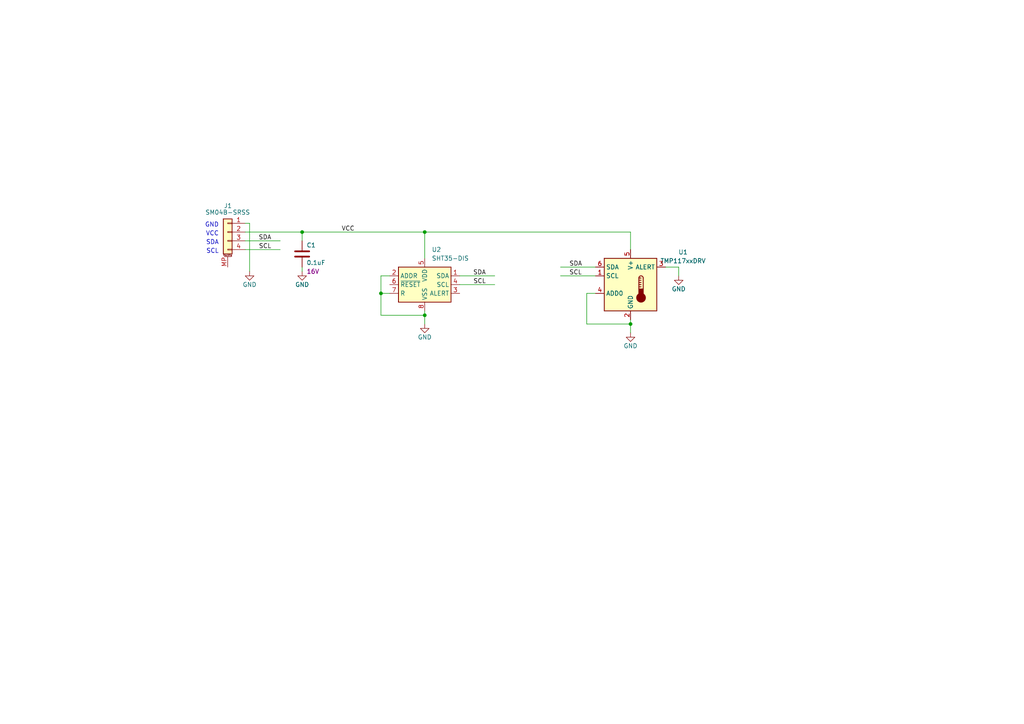
<source format=kicad_sch>
(kicad_sch (version 20211123) (generator eeschema)
  (paper "A4")
  (title_block (title "Sound Player") (company "Iowa Scaled Engineering"))
  (lib_symbols
    (symbol "Connector_Generic_MountingPin:Conn_01x04_MountingPin" (pin_names (offset 1.016) hide)
      (property "Reference" "J" (at 0 5.08 0))
      (property "Value" "Conn_01x04_MountingPin" (at 1.27 -7.62 0))
      (symbol "Conn_01x04_MountingPin_1_1"
        (rectangle (start -1.27 -4.953) (end 0 -5.207) (stroke (width 0.1524)))
        (rectangle (start -1.27 -2.413) (end 0 -2.667) (stroke (width 0.1524)))
        (rectangle (start -1.27 0.127) (end 0 -0.127) (stroke (width 0.1524)))
        (rectangle (start -1.27 2.667) (end 0 2.413) (stroke (width 0.1524)))
        (rectangle (start -1.27 3.81) (end 1.27 -6.35) (stroke (width 0.254)) (fill (type background)))
        (polyline (pts (xy -1.016 -7.112) (xy 1.016 -7.112)) (stroke (width 0.1524)))
        (text "Mounting" (at 0 -6.731 0) (effects (font (size 0.381 0.381))))
        (pin passive line (at -5.08 2.54 0) (length 3.81) (name "Pin_1") (number "1"))
        (pin passive line (at -5.08 0 0) (length 3.81) (name "Pin_2") (number "2"))
        (pin passive line (at -5.08 -2.54 0) (length 3.81) (name "Pin_3") (number "3"))
        (pin passive line (at -5.08 -5.08 0) (length 3.81) (name "Pin_4") (number "4"))
        (pin passive line (at 0 -10.16 90) (length 3.048) (name "MountPin") (number "MP"))
      )
    )
    (symbol "Device:C" (pin_numbers hide) (pin_names (offset 0.254))
      (property "Reference" "C" (at 0.635 2.54 0))
      (property "Value" "C" (at 0.635 -2.54 0))
      (symbol "C_0_1"
        (polyline (pts (xy -2.032 -0.762) (xy 2.032 -0.762)) (stroke (width 0.508)))
        (polyline (pts (xy -2.032 0.762) (xy 2.032 0.762)) (stroke (width 0.508)))
      )
      (symbol "C_1_1"
        (pin passive line (at 0 3.81 270) (length 2.794) (name "~") (number "1"))
        (pin passive line (at 0 -3.81 90) (length 2.794) (name "~") (number "2"))
      )
    )
    (symbol "Sensor_Humidity:SHT35-DIS"
      (property "Reference" "U" (at -6.35 6.35 0))
      (property "Value" "SHT35-DIS" (at 6.35 6.35 0))
      (symbol "SHT35-DIS_0_1"
        (rectangle (start -7.62 5.08) (end 7.62 -5.08) (stroke (width 0.254)) (fill (type background)))
      )
      (symbol "SHT35-DIS_1_1"
        (pin bidirectional line (at 10.16 2.54 180) (length 2.54) (name "SDA") (number "1"))
        (pin input line (at -10.16 2.54 0) (length 2.54) (name "ADDR") (number "2"))
        (pin output line (at 10.16 -2.54 180) (length 2.54) (name "ALERT") (number "3"))
        (pin input line (at 10.16 0 180) (length 2.54) (name "SCL") (number "4"))
        (pin power_in line (at 0 7.62 270) (length 2.54) (name "VDD") (number "5"))
        (pin input line (at -10.16 0 0) (length 2.54) (name "~{RESET}") (number "6"))
        (pin passive line (at -10.16 -2.54 0) (length 2.54) (name "R") (number "7"))
        (pin power_in line (at 0 -7.62 90) (length 2.54) (name "VSS") (number "8"))
        (pin passive line (at 0 -7.62 90) (length 2.54) hide (name "VSS") (number "9"))
      )
    )
    (symbol "Sensor_Temperature:TMP117xxDRV"
      (property "Reference" "U" (at -2.54 10.795 0))
      (property "Value" "TMP117xxDRV" (at -2.54 8.89 0))
      (symbol "TMP117xxDRV_0_1"
        (rectangle (start -7.62 7.62) (end 7.62 -7.62) (stroke (width 0.254)) (fill (type background)))
      )
      (symbol "TMP117xxDRV_1_1"
        (polyline (pts (xy 2.413 -0.635) (xy 3.048 -0.635)) (stroke (width 0.254)))
        (polyline (pts (xy 2.413 0) (xy 3.048 0)) (stroke (width 0.254)))
        (polyline (pts (xy 2.413 0.635) (xy 3.048 0.635)) (stroke (width 0.254)))
        (polyline (pts (xy 2.413 1.27) (xy 3.048 1.27)) (stroke (width 0.254)))
        (polyline (pts (xy 2.413 1.905) (xy 2.413 -1.27)) (stroke (width 0.254)))
        (polyline (pts (xy 2.413 1.905) (xy 3.048 1.905)) (stroke (width 0.254)))
        (polyline (pts (xy 3.683 1.905) (xy 3.683 -1.27)) (stroke (width 0.254)))
        (circle (center 3.048 -3.81) (radius 1.27) (stroke (width 0.254)) (fill (type outline)))
        (rectangle (start 3.683 -3.175) (end 2.413 -1.27) (stroke (width 0.254)) (fill (type outline)))
        (arc (start 3.683 1.905) (mid 3.048 2.54) (end 2.413 1.905) (stroke (width 0.254)))
        (pin input line (at -10.16 2.54 0) (length 2.54) (name "SCL") (number "1"))
        (pin power_in line (at 0 -10.16 90) (length 2.54) (name "GND") (number "2"))
        (pin open_collector line (at 10.16 5.08 180) (length 2.54) (name "ALERT") (number "3"))
        (pin input line (at -10.16 -2.54 0) (length 2.54) (name "ADD0") (number "4"))
        (pin power_in line (at 0 10.16 270) (length 2.54) (name "V+") (number "5"))
        (pin bidirectional line (at -10.16 5.08 0) (length 2.54) (name "SDA") (number "6"))
      )
    )
    (symbol "power:GND" (power) (pin_names (offset 0))
      (property "Value" "GND" (at 0 -3.81 0))
      (symbol "GND_0_1"
        (polyline (pts (xy 0 0) (xy 0 -1.27) (xy 1.27 -1.27) (xy 0 -2.54) (xy -1.27 -1.27) (xy 0 -1.27)))
      )
      (symbol "GND_1_1"
        (pin power_in line (at 0 0 270) (length 0) hide (name "GND") (number "1"))
      )
    )
  )
  (junction (at 87.63 67.31))
  (junction (at 123.19 91.44))
  (junction (at 182.88 93.98))
  (junction (at 110.49 85.09))
  (junction (at 123.19 67.31))
  (wire (pts (xy 71.12 69.85) (xy 81.28 69.85)))
  (wire (pts (xy 133.35 80.01) (xy 143.51 80.01)))
  (wire (pts (xy 113.03 85.09) (xy 110.49 85.09)))
  (wire (pts (xy 182.88 67.31) (xy 123.19 67.31)))
  (wire (pts (xy 71.12 67.31) (xy 87.63 67.31)))
  (wire (pts (xy 87.63 69.85) (xy 87.63 67.31)))
  (wire (pts (xy 196.85 77.47) (xy 193.04 77.47)))
  (wire (pts (xy 170.18 93.98) (xy 182.88 93.98)))
  (wire (pts (xy 71.12 72.39) (xy 81.28 72.39)))
  (wire (pts (xy 172.72 80.01) (xy 162.56 80.01)))
  (wire (pts (xy 87.63 77.47) (xy 87.63 78.74)))
  (wire (pts (xy 182.88 93.98) (xy 182.88 92.71)))
  (wire (pts (xy 113.03 80.01) (xy 110.49 80.01)))
  (wire (pts (xy 172.72 77.47) (xy 162.56 77.47)))
  (wire (pts (xy 196.85 80.01) (xy 196.85 77.47)))
  (wire (pts (xy 110.49 80.01) (xy 110.49 85.09)))
  (wire (pts (xy 133.35 82.55) (xy 143.51 82.55)))
  (wire (pts (xy 110.49 85.09) (xy 110.49 91.44)))
  (wire (pts (xy 123.19 74.93) (xy 123.19 67.31)))
  (wire (pts (xy 123.19 67.31) (xy 87.63 67.31)))
  (wire (pts (xy 123.19 93.98) (xy 123.19 91.44)))
  (wire (pts (xy 123.19 90.17) (xy 123.19 91.44)))
  (wire (pts (xy 72.39 64.77) (xy 71.12 64.77)))
  (wire (pts (xy 182.88 93.98) (xy 182.88 96.52)))
  (wire (pts (xy 182.88 72.39) (xy 182.88 67.31)))
  (wire (pts (xy 172.72 85.09) (xy 170.18 85.09)))
  (wire (pts (xy 170.18 85.09) (xy 170.18 93.98)))
  (wire (pts (xy 72.39 78.74) (xy 72.39 64.77)))
  (wire (pts (xy 110.49 91.44) (xy 123.19 91.44)))
  (text "SDA" (at 63.5 71.12 180) (effects (font (size 1.27 1.27)) (justify right bottom)))
  (text "GND" (at 63.5 66.04 180) (effects (font (size 1.27 1.27)) (justify right bottom)))
  (text "VCC" (at 63.5 68.58 180) (effects (font (size 1.27 1.27)) (justify right bottom)))
  (text "SCL" (at 63.5 73.66 180) (effects (font (size 1.27 1.27)) (justify right bottom)))
  (label "SDA" (at 165.1 77.47 0))
  (label "VCC" (at 102.87 67.31 180))
  (label "SCL" (at 140.97 82.55 180))
  (label "SCL" (at 165.1 80.01 0))
  (label "SDA" (at 140.97 80.01 180))
  (label "SCL" (at 78.74 72.39 180))
  (label "SDA" (at 78.74 69.85 180))
  (symbol (lib_id "power:GND") (at 123.19 93.98 0) (unit 1)
    (property "Reference" "#PWR0103" (effects hide))
    (property "Value" "GND" (at 123.19 97.79 0))
  )
  (symbol (lib_id "power:GND") (at 196.85 80.01 0) (unit 1)
    (property "Reference" "#PWR0105" (effects hide))
    (property "Value" "GND" (at 196.85 83.82 0))
  )
  (symbol (lib_id "power:GND") (at 182.88 96.52 0) (unit 1)
    (property "Reference" "#PWR0104" (effects hide))
    (property "Value" "GND" (at 182.88 100.33 0))
  )
  (symbol (lib_id "Connector_Generic_MountingPin:Conn_01x04_MountingPin") (at 66.04 67.31 0) (mirror y) (unit 1)
    (property "Reference" "J1" (at 67.31 59.69 0) (effects (justify left)))
    (property "Value" "SM04B-SRSS" (at 66.04 61.595 0))
    (property "Footprint" "Connector_JST:JST_SH_SM04B-SRSS-TB_1x04-1MP_P1.00mm_Horizontal" (effects hide))
  )
  (symbol (lib_id "Sensor_Humidity:SHT35-DIS") (at 123.19 82.55 0) (unit 1)
    (property "Reference" "U2" (at 125.2094 72.39 0) (effects (justify left)))
    (property "Value" "SHT35-DIS" (at 125.2094 74.93 0) (effects (justify left)))
    (property "Footprint" "Sensor_Humidity:Sensirion_DFN-8-1EP_2.5x2.5mm_P0.5mm_EP1.1x1.7mm" (effects hide))
    (property "Datasheet" "https://www.sensirion.com/fileadmin/user_upload/customers/sensirion/Dokumente/2_Humidity_Sensors/Datasheets/Sensirion_Humidity_Sensors_SHT3x_Datasheet_digital.pdf" (effects hide))
  )
  (symbol (lib_id "Sensor_Temperature:TMP117xxDRV") (at 182.88 82.55 0) (unit 1)
    (property "Reference" "U1" (at 198.12 73.1393 0))
    (property "Value" "TMP117xxDRV" (at 198.12 75.6793 0))
    (property "Footprint" "Package_SON:WSON-6-1EP_2x2mm_P0.65mm_EP1x1.6mm" (effects hide))
    (property "Datasheet" "https://www.ti.com/lit/ds/symlink/tmp117.pdf" (effects hide))
  )
  (symbol (lib_id "power:GND") (at 72.39 78.74 0) (unit 1)
    (property "Reference" "#PWR0102" (effects hide))
    (property "Value" "GND" (at 72.39 82.55 0))
  )
  (symbol (lib_id "Device:C") (at 87.63 73.66 0) (unit 1)
    (property "Reference" "C1" (at 88.9 71.12 0) (effects (justify left)))
    (property "Value" "0.1uF" (at 88.9 76.2 0) (effects (justify left)))
    (property "Footprint" "Capacitor_SMD:C_0805_2012Metric" (effects hide))
    (property "Voltage" "16V" (at 88.9 78.74 0) (effects (justify left)))
  )
  (symbol (lib_id "power:GND") (at 87.63 78.74 0) (unit 1)
    (property "Reference" "#PWR0101" (effects hide))
    (property "Value" "GND" (at 87.63 82.55 0))
  )
)
</source>
